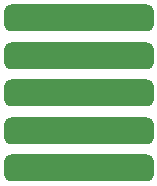
<source format=gbr>
%TF.GenerationSoftware,KiCad,Pcbnew,8.0.8-8.0.8-0~ubuntu22.04.1*%
%TF.CreationDate,2025-01-15T16:25:44-08:00*%
%TF.ProjectId,NX-ButtonInterface,4e582d42-7574-4746-9f6e-496e74657266,1*%
%TF.SameCoordinates,Original*%
%TF.FileFunction,Paste,Bot*%
%TF.FilePolarity,Positive*%
%FSLAX46Y46*%
G04 Gerber Fmt 4.6, Leading zero omitted, Abs format (unit mm)*
G04 Created by KiCad (PCBNEW 8.0.8-8.0.8-0~ubuntu22.04.1) date 2025-01-15 16:25:44*
%MOMM*%
%LPD*%
G01*
G04 APERTURE LIST*
G04 Aperture macros list*
%AMRoundRect*
0 Rectangle with rounded corners*
0 $1 Rounding radius*
0 $2 $3 $4 $5 $6 $7 $8 $9 X,Y pos of 4 corners*
0 Add a 4 corners polygon primitive as box body*
4,1,4,$2,$3,$4,$5,$6,$7,$8,$9,$2,$3,0*
0 Add four circle primitives for the rounded corners*
1,1,$1+$1,$2,$3*
1,1,$1+$1,$4,$5*
1,1,$1+$1,$6,$7*
1,1,$1+$1,$8,$9*
0 Add four rect primitives between the rounded corners*
20,1,$1+$1,$2,$3,$4,$5,0*
20,1,$1+$1,$4,$5,$6,$7,0*
20,1,$1+$1,$6,$7,$8,$9,0*
20,1,$1+$1,$8,$9,$2,$3,0*%
G04 Aperture macros list end*
%ADD10RoundRect,0.571500X5.778500X0.571500X-5.778500X0.571500X-5.778500X-0.571500X5.778500X-0.571500X0*%
G04 APERTURE END LIST*
D10*
%TO.C,J2*%
X91198700Y-96875600D03*
X91198700Y-100050600D03*
X91198700Y-103225600D03*
X91198700Y-106400600D03*
X91198700Y-109575600D03*
%TD*%
M02*

</source>
